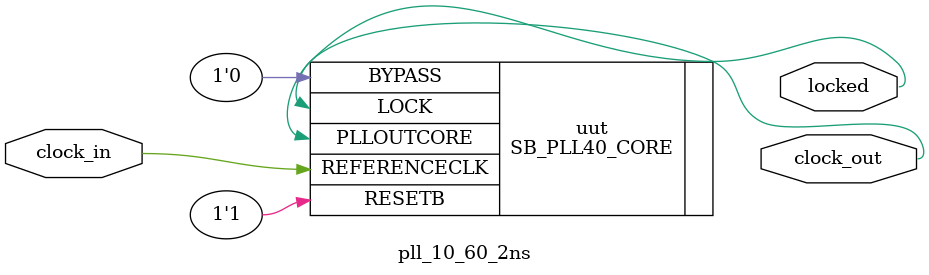
<source format=v>
/**
 * PLL configuration
 *
 * This Verilog module was generated automatically
 * using the icepll tool from the IceStorm project.
 * Use at your own risk.
 *
 * Given input frequency:        10.000 MHz
 * Requested output frequency:   60.000 MHz
 * Achieved output frequency:    60.000 MHz
 */

module pll_10_60_2ns (
    input  clock_in,
    output clock_out,
    output locked
);

SB_PLL40_CORE # (
    .FEEDBACK_PATH("DELAY"),
    .DIVR(4'b0000),     // DIVR =  0
    .DIVF(7'b0000101),  // DIVF =  5
    .DIVQ(3'b100),      // DIVQ =  4
    .FILTER_RANGE(3'b001),  // FILTER_RANGE = 1
    .DELAY_ADJUSTMENT_MODE_FEEDBACK("FIXED"),
    .FDA_FEEDBACK(15), // Empically, we need to shift the output back by 2 ns or so
    .FDA_RELATIVE(0)
) uut (
    .LOCK(locked),
    .RESETB(1'b1),
    .BYPASS(1'b0),
    .REFERENCECLK(clock_in),
    .PLLOUTCORE(clock_out)
);

endmodule

</source>
